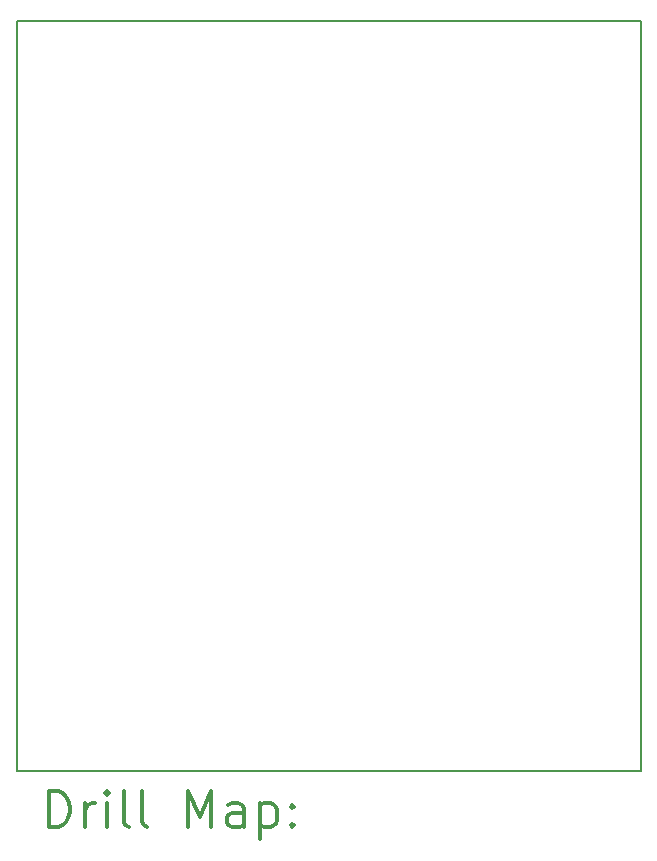
<source format=gbr>
%FSLAX45Y45*%
G04 Gerber Fmt 4.5, Leading zero omitted, Abs format (unit mm)*
G04 Created by KiCad (PCBNEW 5.1.9+dfsg1-1+deb11u1) date 2023-10-07 09:00:17*
%MOMM*%
%LPD*%
G01*
G04 APERTURE LIST*
%TA.AperFunction,Profile*%
%ADD10C,0.150000*%
%TD*%
%ADD11C,0.200000*%
%ADD12C,0.300000*%
G04 APERTURE END LIST*
D10*
X12395200Y-6705600D02*
X12395200Y-13055600D01*
X17678400Y-6705600D02*
X12395200Y-6705600D01*
X17678400Y-13055600D02*
X17678400Y-6705600D01*
X12395200Y-13055600D02*
X17678400Y-13055600D01*
D11*
D12*
X12674128Y-13528814D02*
X12674128Y-13228814D01*
X12745557Y-13228814D01*
X12788414Y-13243100D01*
X12816986Y-13271671D01*
X12831271Y-13300243D01*
X12845557Y-13357386D01*
X12845557Y-13400243D01*
X12831271Y-13457386D01*
X12816986Y-13485957D01*
X12788414Y-13514529D01*
X12745557Y-13528814D01*
X12674128Y-13528814D01*
X12974128Y-13528814D02*
X12974128Y-13328814D01*
X12974128Y-13385957D02*
X12988414Y-13357386D01*
X13002700Y-13343100D01*
X13031271Y-13328814D01*
X13059843Y-13328814D01*
X13159843Y-13528814D02*
X13159843Y-13328814D01*
X13159843Y-13228814D02*
X13145557Y-13243100D01*
X13159843Y-13257386D01*
X13174128Y-13243100D01*
X13159843Y-13228814D01*
X13159843Y-13257386D01*
X13345557Y-13528814D02*
X13316986Y-13514529D01*
X13302700Y-13485957D01*
X13302700Y-13228814D01*
X13502700Y-13528814D02*
X13474128Y-13514529D01*
X13459843Y-13485957D01*
X13459843Y-13228814D01*
X13845557Y-13528814D02*
X13845557Y-13228814D01*
X13945557Y-13443100D01*
X14045557Y-13228814D01*
X14045557Y-13528814D01*
X14316986Y-13528814D02*
X14316986Y-13371671D01*
X14302700Y-13343100D01*
X14274128Y-13328814D01*
X14216986Y-13328814D01*
X14188414Y-13343100D01*
X14316986Y-13514529D02*
X14288414Y-13528814D01*
X14216986Y-13528814D01*
X14188414Y-13514529D01*
X14174128Y-13485957D01*
X14174128Y-13457386D01*
X14188414Y-13428814D01*
X14216986Y-13414529D01*
X14288414Y-13414529D01*
X14316986Y-13400243D01*
X14459843Y-13328814D02*
X14459843Y-13628814D01*
X14459843Y-13343100D02*
X14488414Y-13328814D01*
X14545557Y-13328814D01*
X14574128Y-13343100D01*
X14588414Y-13357386D01*
X14602700Y-13385957D01*
X14602700Y-13471671D01*
X14588414Y-13500243D01*
X14574128Y-13514529D01*
X14545557Y-13528814D01*
X14488414Y-13528814D01*
X14459843Y-13514529D01*
X14731271Y-13500243D02*
X14745557Y-13514529D01*
X14731271Y-13528814D01*
X14716986Y-13514529D01*
X14731271Y-13500243D01*
X14731271Y-13528814D01*
X14731271Y-13343100D02*
X14745557Y-13357386D01*
X14731271Y-13371671D01*
X14716986Y-13357386D01*
X14731271Y-13343100D01*
X14731271Y-13371671D01*
M02*

</source>
